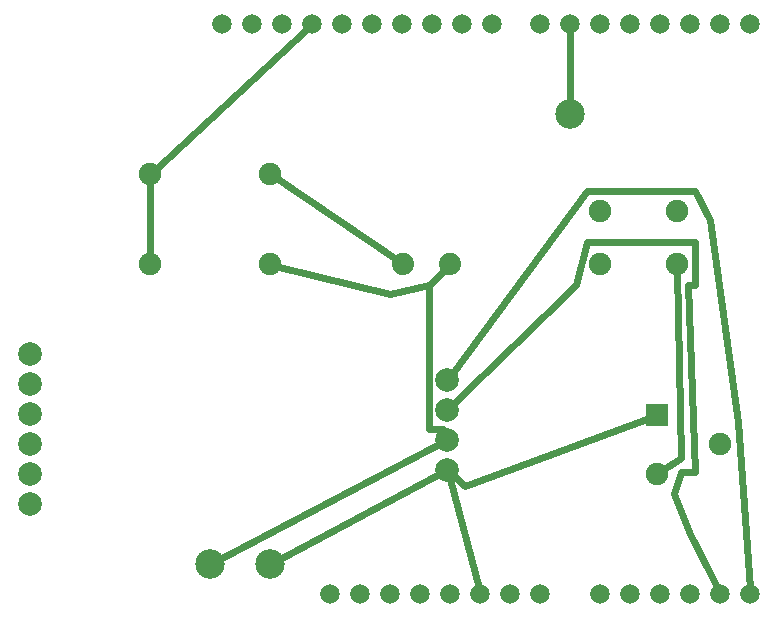
<source format=gtl>
G04 MADE WITH FRITZING*
G04 WWW.FRITZING.ORG*
G04 DOUBLE SIDED*
G04 HOLES PLATED*
G04 CONTOUR ON CENTER OF CONTOUR VECTOR*
%ASAXBY*%
%FSLAX23Y23*%
%MOIN*%
%OFA0B0*%
%SFA1.0B1.0*%
%ADD10C,0.065278*%
%ADD11C,0.075000*%
%ADD12C,0.074000*%
%ADD13C,0.078861*%
%ADD14C,0.078833*%
%ADD15C,0.098425*%
%ADD16R,0.075000X0.075000*%
%ADD17C,0.024000*%
%LNCOPPER1*%
G90*
G70*
G54D10*
X2244Y122D03*
X2344Y122D03*
X2444Y122D03*
X2544Y122D03*
X2644Y122D03*
X1784Y2022D03*
X1684Y2022D03*
X1584Y2022D03*
X1484Y2022D03*
X1384Y2022D03*
X1284Y2022D03*
X1184Y2022D03*
X1084Y2022D03*
X984Y2022D03*
X884Y2022D03*
X2644Y2022D03*
X2544Y2022D03*
X2444Y2022D03*
X2344Y2022D03*
X2244Y2022D03*
X2144Y2022D03*
X2044Y2022D03*
X1944Y2022D03*
X1344Y122D03*
X1244Y122D03*
X1444Y122D03*
X1544Y122D03*
X1644Y122D03*
X1744Y122D03*
X1844Y122D03*
X1944Y122D03*
X2144Y122D03*
G54D11*
X2400Y1222D03*
X2144Y1222D03*
X2400Y1399D03*
X2144Y1399D03*
G54D12*
X1487Y1222D03*
X1644Y1222D03*
X1487Y1222D03*
X1644Y1222D03*
G54D11*
X2332Y721D03*
X2544Y622D03*
X2332Y524D03*
G54D13*
X244Y422D03*
X244Y522D03*
X244Y622D03*
X244Y722D03*
X244Y822D03*
X244Y922D03*
G54D14*
X1634Y538D03*
X1634Y638D03*
X1634Y738D03*
X1634Y838D03*
G54D11*
X644Y1522D03*
X1044Y1522D03*
X644Y1222D03*
X1044Y1222D03*
G54D15*
X2044Y1722D03*
X1044Y222D03*
X844Y222D03*
G54D16*
X2332Y721D03*
G54D17*
X2044Y2002D02*
X2044Y1752D01*
D02*
X1612Y526D02*
X1070Y236D01*
D02*
X1612Y626D02*
X871Y236D01*
D02*
X1059Y1512D02*
X1472Y1232D01*
D02*
X1625Y662D02*
X1620Y674D01*
X1620Y674D02*
X1572Y674D01*
X1572Y674D02*
X1572Y1154D01*
X1572Y1154D02*
X1632Y1210D01*
D02*
X1061Y1218D02*
X1444Y1125D01*
D02*
X1444Y1125D02*
X1572Y1154D01*
D02*
X2347Y534D02*
X2412Y578D01*
X2412Y578D02*
X2401Y1205D01*
D02*
X644Y1240D02*
X644Y1505D01*
D02*
X1170Y2009D02*
X657Y1534D01*
D02*
X1642Y514D02*
X1644Y506D01*
X1644Y506D02*
X1739Y142D01*
D02*
X2316Y715D02*
X1692Y482D01*
X1692Y482D02*
X1653Y520D01*
D02*
X1653Y756D02*
X2064Y1154D01*
X2064Y1154D02*
X2100Y1298D01*
X2100Y1298D02*
X2460Y1298D01*
X2460Y1298D02*
X2460Y1154D01*
X2460Y1154D02*
X2436Y1154D01*
X2436Y1154D02*
X2460Y530D01*
X2460Y530D02*
X2412Y530D01*
X2412Y530D02*
X2388Y458D01*
X2388Y458D02*
X2443Y323D01*
D02*
X2443Y323D02*
X2508Y194D01*
X2508Y194D02*
X2535Y140D01*
D02*
X1650Y858D02*
X2100Y1466D01*
X2100Y1466D02*
X2460Y1466D01*
X2460Y1466D02*
X2508Y1370D01*
X2508Y1370D02*
X2604Y698D01*
X2604Y698D02*
X2643Y142D01*
G04 End of Copper1*
M02*
</source>
